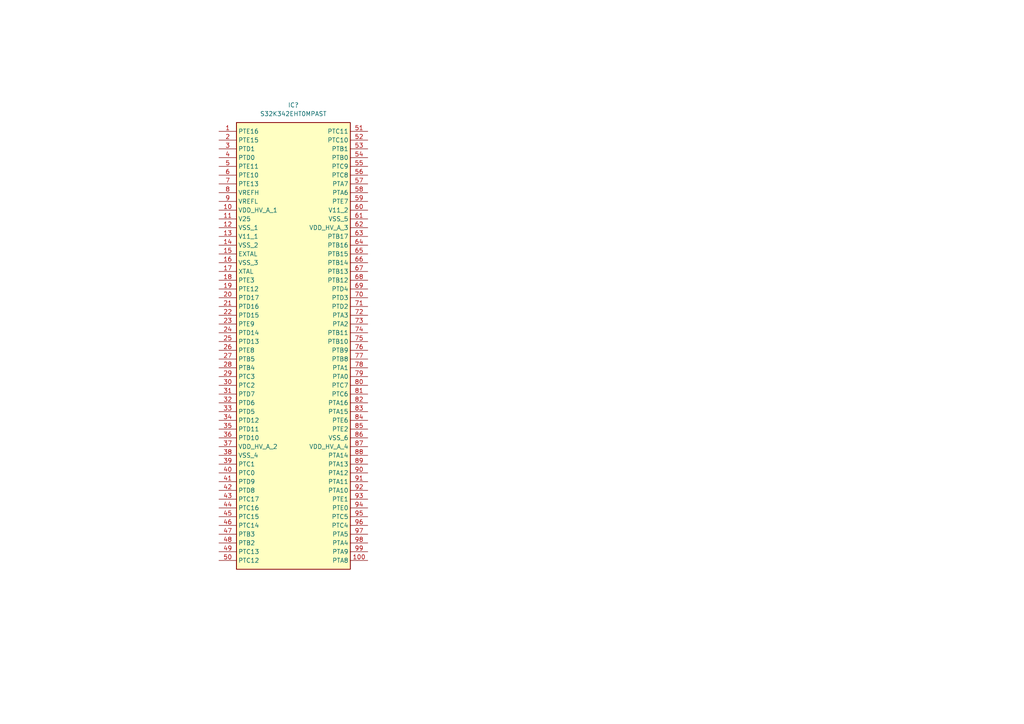
<source format=kicad_sch>
(kicad_sch (version 20230121) (generator eeschema)
  (paper "A4")
  (title_block (title "Cell_Sentinel") (date "2024-09-03") (rev "1.0.0") (company "CEET"))
  (lib_symbols
    (symbol "S32K342EHT0MPAST:S32K342EHT0MPAST"
      (property "Reference" "IC" (at -15.24 66.04 0))
      (property "Value" "S32K342EHT0MPAST" (at -8.89 66.04 0))
      (symbol "S32K342EHT0MPAST_1_1"
        (rectangle (start -15.24 63.5) (end 17.78 -66.04) (stroke (width 0.254)) (fill (type background)))
        (pin passive line (at -20.32 60.96 0) (length 5.08) (name "PTE16") (number "1"))
        (pin passive line (at -20.32 38.1 0) (length 5.08) (name "VDD_HV_A_1") (number "10"))
        (pin passive line (at 22.86 -63.5 180) (length 5.08) (name "PTA8") (number "100"))
        (pin passive line (at -20.32 35.56 0) (length 5.08) (name "V25") (number "11"))
        (pin passive line (at -20.32 33.02 0) (length 5.08) (name "VSS_1") (number "12"))
        (pin passive line (at -20.32 30.48 0) (length 5.08) (name "V11_1") (number "13"))
        (pin passive line (at -20.32 27.94 0) (length 5.08) (name "VSS_2") (number "14"))
        (pin passive line (at -20.32 25.4 0) (length 5.08) (name "EXTAL") (number "15"))
        (pin passive line (at -20.32 22.86 0) (length 5.08) (name "VSS_3") (number "16"))
        (pin passive line (at -20.32 20.32 0) (length 5.08) (name "XTAL") (number "17"))
        (pin passive line (at -20.32 17.78 0) (length 5.08) (name "PTE3") (number "18"))
        (pin passive line (at -20.32 15.24 0) (length 5.08) (name "PTE12") (number "19"))
        (pin passive line (at -20.32 58.42 0) (length 5.08) (name "PTE15") (number "2"))
        (pin passive line (at -20.32 12.7 0) (length 5.08) (name "PTD17") (number "20"))
        (pin passive line (at -20.32 10.16 0) (length 5.08) (name "PTD16") (number "21"))
        (pin passive line (at -20.32 7.62 0) (length 5.08) (name "PTD15") (number "22"))
        (pin passive line (at -20.32 5.08 0) (length 5.08) (name "PTE9") (number "23"))
        (pin passive line (at -20.32 2.54 0) (length 5.08) (name "PTD14") (number "24"))
        (pin passive line (at -20.32 0 0) (length 5.08) (name "PTD13") (number "25"))
        (pin passive line (at -20.32 -2.54 0) (length 5.08) (name "PTE8") (number "26"))
        (pin passive line (at -20.32 -5.08 0) (length 5.08) (name "PTB5") (number "27"))
        (pin passive line (at -20.32 -7.62 0) (length 5.08) (name "PTB4") (number "28"))
        (pin passive line (at -20.32 -10.16 0) (length 5.08) (name "PTC3") (number "29"))
        (pin passive line (at -20.32 55.88 0) (length 5.08) (name "PTD1") (number "3"))
        (pin passive line (at -20.32 -12.7 0) (length 5.08) (name "PTC2") (number "30"))
        (pin passive line (at -20.32 -15.24 0) (length 5.08) (name "PTD7") (number "31"))
        (pin passive line (at -20.32 -17.78 0) (length 5.08) (name "PTD6") (number "32"))
        (pin passive line (at -20.32 -20.32 0) (length 5.08) (name "PTD5") (number "33"))
        (pin passive line (at -20.32 -22.86 0) (length 5.08) (name "PTD12") (number "34"))
        (pin passive line (at -20.32 -25.4 0) (length 5.08) (name "PTD11") (number "35"))
        (pin passive line (at -20.32 -27.94 0) (length 5.08) (name "PTD10") (number "36"))
        (pin passive line (at -20.32 -30.48 0) (length 5.08) (name "VDD_HV_A_2") (number "37"))
        (pin passive line (at -20.32 -33.02 0) (length 5.08) (name "VSS_4") (number "38"))
        (pin passive line (at -20.32 -35.56 0) (length 5.08) (name "PTC1") (number "39"))
        (pin passive line (at -20.32 53.34 0) (length 5.08) (name "PTD0") (number "4"))
        (pin passive line (at -20.32 -38.1 0) (length 5.08) (name "PTC0") (number "40"))
        (pin passive line (at -20.32 -40.64 0) (length 5.08) (name "PTD9") (number "41"))
        (pin passive line (at -20.32 -43.18 0) (length 5.08) (name "PTD8") (number "42"))
        (pin passive line (at -20.32 -45.72 0) (length 5.08) (name "PTC17") (number "43"))
        (pin passive line (at -20.32 -48.26 0) (length 5.08) (name "PTC16") (number "44"))
        (pin passive line (at -20.32 -50.8 0) (length 5.08) (name "PTC15") (number "45"))
        (pin passive line (at -20.32 -53.34 0) (length 5.08) (name "PTC14") (number "46"))
        (pin passive line (at -20.32 -55.88 0) (length 5.08) (name "PTB3") (number "47"))
        (pin passive line (at -20.32 -58.42 0) (length 5.08) (name "PTB2") (number "48"))
        (pin passive line (at -20.32 -60.96 0) (length 5.08) (name "PTC13") (number "49"))
        (pin passive line (at -20.32 50.8 0) (length 5.08) (name "PTE11") (number "5"))
        (pin passive line (at -20.32 -63.5 0) (length 5.08) (name "PTC12") (number "50"))
        (pin passive line (at 22.86 60.96 180) (length 5.08) (name "PTC11") (number "51"))
        (pin passive line (at 22.86 58.42 180) (length 5.08) (name "PTC10") (number "52"))
        (pin passive line (at 22.86 55.88 180) (length 5.08) (name "PTB1") (number "53"))
        (pin passive line (at 22.86 53.34 180) (length 5.08) (name "PTB0") (number "54"))
        (pin passive line (at 22.86 50.8 180) (length 5.08) (name "PTC9") (number "55"))
        (pin passive line (at 22.86 48.26 180) (length 5.08) (name "PTC8") (number "56"))
        (pin passive line (at 22.86 45.72 180) (length 5.08) (name "PTA7") (number "57"))
        (pin passive line (at 22.86 43.18 180) (length 5.08) (name "PTA6") (number "58"))
        (pin passive line (at 22.86 40.64 180) (length 5.08) (name "PTE7") (number "59"))
        (pin passive line (at -20.32 48.26 0) (length 5.08) (name "PTE10") (number "6"))
        (pin passive line (at 22.86 38.1 180) (length 5.08) (name "V11_2") (number "60"))
        (pin passive line (at 22.86 35.56 180) (length 5.08) (name "VSS_5") (number "61"))
        (pin passive line (at 22.86 33.02 180) (length 5.08) (name "VDD_HV_A_3") (number "62"))
        (pin passive line (at 22.86 30.48 180) (length 5.08) (name "PTB17") (number "63"))
        (pin passive line (at 22.86 27.94 180) (length 5.08) (name "PTB16") (number "64"))
        (pin passive line (at 22.86 25.4 180) (length 5.08) (name "PTB15") (number "65"))
        (pin passive line (at 22.86 22.86 180) (length 5.08) (name "PTB14") (number "66"))
        (pin passive line (at 22.86 20.32 180) (length 5.08) (name "PTB13") (number "67"))
        (pin passive line (at 22.86 17.78 180) (length 5.08) (name "PTB12") (number "68"))
        (pin passive line (at 22.86 15.24 180) (length 5.08) (name "PTD4") (number "69"))
        (pin passive line (at -20.32 45.72 0) (length 5.08) (name "PTE13") (number "7"))
        (pin passive line (at 22.86 12.7 180) (length 5.08) (name "PTD3") (number "70"))
        (pin passive line (at 22.86 10.16 180) (length 5.08) (name "PTD2") (number "71"))
        (pin passive line (at 22.86 7.62 180) (length 5.08) (name "PTA3") (number "72"))
        (pin passive line (at 22.86 5.08 180) (length 5.08) (name "PTA2") (number "73"))
        (pin passive line (at 22.86 2.54 180) (length 5.08) (name "PTB11") (number "74"))
        (pin passive line (at 22.86 0 180) (length 5.08) (name "PTB10") (number "75"))
        (pin passive line (at 22.86 -2.54 180) (length 5.08) (name "PTB9") (number "76"))
        (pin passive line (at 22.86 -5.08 180) (length 5.08) (name "PTB8") (number "77"))
        (pin passive line (at 22.86 -7.62 180) (length 5.08) (name "PTA1") (number "78"))
        (pin passive line (at 22.86 -10.16 180) (length 5.08) (name "PTA0") (number "79"))
        (pin passive line (at -20.32 43.18 0) (length 5.08) (name "VREFH") (number "8"))
        (pin passive line (at 22.86 -12.7 180) (length 5.08) (name "PTC7") (number "80"))
        (pin passive line (at 22.86 -15.24 180) (length 5.08) (name "PTC6") (number "81"))
        (pin passive line (at 22.86 -17.78 180) (length 5.08) (name "PTA16") (number "82"))
        (pin passive line (at 22.86 -20.32 180) (length 5.08) (name "PTA15") (number "83"))
        (pin passive line (at 22.86 -22.86 180) (length 5.08) (name "PTE6") (number "84"))
        (pin passive line (at 22.86 -25.4 180) (length 5.08) (name "PTE2") (number "85"))
        (pin passive line (at 22.86 -27.94 180) (length 5.08) (name "VSS_6") (number "86"))
        (pin passive line (at 22.86 -30.48 180) (length 5.08) (name "VDD_HV_A_4") (number "87"))
        (pin passive line (at 22.86 -33.02 180) (length 5.08) (name "PTA14") (number "88"))
        (pin passive line (at 22.86 -35.56 180) (length 5.08) (name "PTA13") (number "89"))
        (pin passive line (at -20.32 40.64 0) (length 5.08) (name "VREFL") (number "9"))
        (pin passive line (at 22.86 -38.1 180) (length 5.08) (name "PTA12") (number "90"))
        (pin passive line (at 22.86 -40.64 180) (length 5.08) (name "PTA11") (number "91"))
        (pin passive line (at 22.86 -43.18 180) (length 5.08) (name "PTA10") (number "92"))
        (pin passive line (at 22.86 -45.72 180) (length 5.08) (name "PTE1") (number "93"))
        (pin passive line (at 22.86 -48.26 180) (length 5.08) (name "PTE0") (number "94"))
        (pin passive line (at 22.86 -50.8 180) (length 5.08) (name "PTC5") (number "95"))
        (pin passive line (at 22.86 -53.34 180) (length 5.08) (name "PTC4") (number "96"))
        (pin passive line (at 22.86 -55.88 180) (length 5.08) (name "PTA5") (number "97"))
        (pin passive line (at 22.86 -58.42 180) (length 5.08) (name "PTA4") (number "98"))
        (pin passive line (at 22.86 -60.96 180) (length 5.08) (name "PTA9") (number "99"))
      )
    )
  )
  (symbol (lib_id "S32K342EHT0MPAST:S32K342EHT0MPAST") (at 83.82 99.06 0) (unit 1)
    (property "Reference" "IC?" (at 85.09 30.48 0))
    (property "Value" "S32K342EHT0MPAST" (at 85.09 33.02 0))
    (property "Footprint" "S32K342EHT0MPAST:S32K342EHT0MPAST" (effects hide))
    (property "Datasheet" "https://cache.nxp.com/secured/assets/documents/en/reference-manual/S32K3XXRM.pdf?fileExt=.pdf" (effects hide))
    (property "Height" "1.75" (effects hide))
    (property "Mouser Part Number" "771-S32K342EHT0MPAST" (effects hide))
    (property "Mouser Price/Stock" "https://www.mouser.co.uk/ProductDetail/NXP-Semiconductors/S32K342EHT0MPAST?qs=rQFj71Wb1eXXEJ7%252BAyZNxA%3D%3D" (effects hide))
    (property "Manufacturer_Name" "NXP" (effects hide))
    (property "Manufacturer_Part_Number" "S32K342EHT0MPAST" (effects hide))
  )
)
</source>
